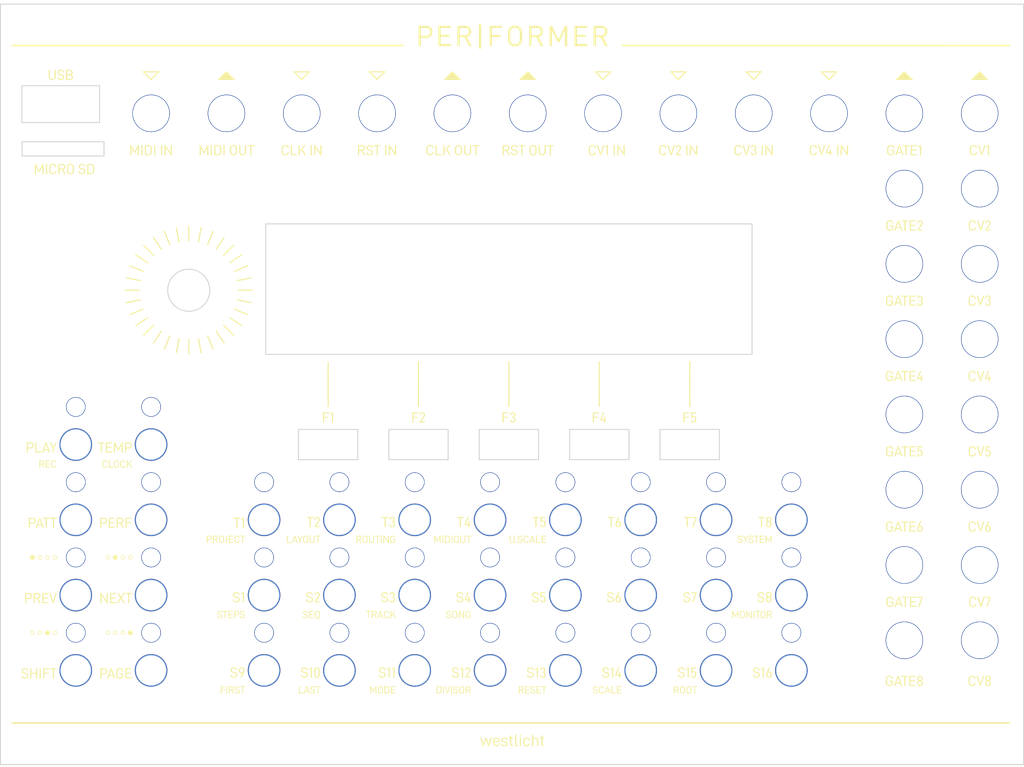
<source format=kicad_pcb>
(kicad_pcb (version 20171130) (host pcbnew "(5.1.6-0-10_14)")
  (layers (0 F.Cu signal) (31 B.Cu signal) (34 B.Paste user hide) (35 F.Paste user hide) (36 B.SilkS user) (37 F.SilkS user) (38 B.Mask user hide) (39 F.Mask user) (44 Edge.Cuts user))
  (net 0 "")
  (module w_frontpanel:PJ301BM_FP (layer F.Cu) (at 101.6 45.72)
    (fp_text reference J601 hide)
    (fp_text value PJ301CM)
    (pad "" np_thru_hole circle (at 0 0) (size 6.3 6.3) (drill 6.1) (layers *.Cu *.Mask))
  )
  (module w_frontpanel:PJ301BM_FP (layer F.Cu) (at 114.3 45.72)
    (fp_text reference J602 hide)
    (fp_text value PJ301CM)
    (pad "" np_thru_hole circle (at 0 0) (size 6.3 6.3) (drill 6.1) (layers *.Cu *.Mask))
  )
  (module w_frontpanel:WP115VEGW_FP (layer F.Cu) (at 209.55 133.35)
    (fp_text reference LED432 hide)
    (fp_text value WP115VEGW)
    (pad "" np_thru_hole circle (at 0 0) (size 3.3 3.3) (drill 3.1) (layers *.Cu *.Mask))
  )
  (module w_frontpanel:WP115VEGW_FP (layer F.Cu) (at 196.85 133.35)
    (fp_text reference LED431 hide)
    (fp_text value WP115VEGW)
    (pad "" np_thru_hole circle (at 0 0) (size 3.3 3.3) (drill 3.1) (layers *.Cu *.Mask))
  )
  (module w_frontpanel:WP115VEGW_FP (layer F.Cu) (at 184.15 133.35)
    (fp_text reference LED430 hide)
    (fp_text value WP115VEGW)
    (pad "" np_thru_hole circle (at 0 0) (size 3.3 3.3) (drill 3.1) (layers *.Cu *.Mask))
  )
  (module w_frontpanel:WP115VEGW_FP (layer F.Cu) (at 171.45 133.35)
    (fp_text reference LED429 hide)
    (fp_text value WP115VEGW)
    (pad "" np_thru_hole circle (at 0 0) (size 3.3 3.3) (drill 3.1) (layers *.Cu *.Mask))
  )
  (module w_frontpanel:WP115VEGW_FP (layer F.Cu) (at 158.75 133.35)
    (fp_text reference LED428 hide)
    (fp_text value WP115VEGW)
    (pad "" np_thru_hole circle (at 0 0) (size 3.3 3.3) (drill 3.1) (layers *.Cu *.Mask))
  )
  (module w_frontpanel:WP115VEGW_FP (layer F.Cu) (at 146.05 133.35)
    (fp_text reference LED427 hide)
    (fp_text value WP115VEGW)
    (pad "" np_thru_hole circle (at 0 0) (size 3.3 3.3) (drill 3.1) (layers *.Cu *.Mask))
  )
  (module w_frontpanel:WP115VEGW_FP (layer F.Cu) (at 133.35 133.35)
    (fp_text reference LED426 hide)
    (fp_text value WP115VEGW)
    (pad "" np_thru_hole circle (at 0 0) (size 3.3 3.3) (drill 3.1) (layers *.Cu *.Mask))
  )
  (module w_frontpanel:WP115VEGW_FP (layer F.Cu) (at 120.65 133.35)
    (fp_text reference LED425 hide)
    (fp_text value WP115VEGW)
    (pad "" np_thru_hole circle (at 0 0) (size 3.3 3.3) (drill 3.1) (layers *.Cu *.Mask))
  )
  (module w_frontpanel:WP115VEGW_FP (layer F.Cu) (at 209.55 120.65)
    (fp_text reference LED424 hide)
    (fp_text value WP115VEGW)
    (pad "" np_thru_hole circle (at 0 0) (size 3.3 3.3) (drill 3.1) (layers *.Cu *.Mask))
  )
  (module w_frontpanel:WP115VEGW_FP (layer F.Cu) (at 196.85 120.65)
    (fp_text reference LED423 hide)
    (fp_text value WP115VEGW)
    (pad "" np_thru_hole circle (at 0 0) (size 3.3 3.3) (drill 3.1) (layers *.Cu *.Mask))
  )
  (module w_frontpanel:WP115VEGW_FP (layer F.Cu) (at 184.15 120.65)
    (fp_text reference LED422 hide)
    (fp_text value WP115VEGW)
    (pad "" np_thru_hole circle (at 0 0) (size 3.3 3.3) (drill 3.1) (layers *.Cu *.Mask))
  )
  (module w_frontpanel:WP115VEGW_FP (layer F.Cu) (at 171.45 120.65)
    (fp_text reference LED421 hide)
    (fp_text value WP115VEGW)
    (pad "" np_thru_hole circle (at 0 0) (size 3.3 3.3) (drill 3.1) (layers *.Cu *.Mask))
  )
  (module w_frontpanel:WP115VEGW_FP (layer F.Cu) (at 158.75 120.65)
    (fp_text reference LED420 hide)
    (fp_text value WP115VEGW)
    (pad "" np_thru_hole circle (at 0 0) (size 3.3 3.3) (drill 3.1) (layers *.Cu *.Mask))
  )
  (module w_frontpanel:WP115VEGW_FP (layer F.Cu) (at 146.05 120.65)
    (fp_text reference LED419 hide)
    (fp_text value WP115VEGW)
    (pad "" np_thru_hole circle (at 0 0) (size 3.3 3.3) (drill 3.1) (layers *.Cu *.Mask))
  )
  (module w_frontpanel:WP115VEGW_FP (layer F.Cu) (at 133.35 120.65)
    (fp_text reference LED418 hide)
    (fp_text value WP115VEGW)
    (pad "" np_thru_hole circle (at 0 0) (size 3.3 3.3) (drill 3.1) (layers *.Cu *.Mask))
  )
  (module w_frontpanel:WP115VEGW_FP (layer F.Cu) (at 120.65 120.65)
    (fp_text reference LED417 hide)
    (fp_text value WP115VEGW)
    (pad "" np_thru_hole circle (at 0 0) (size 3.3 3.3) (drill 3.1) (layers *.Cu *.Mask))
  )
  (module w_frontpanel:WP115VEGW_FP (layer F.Cu) (at 209.55 107.95)
    (fp_text reference LED416 hide)
    (fp_text value WP115VEGW)
    (pad "" np_thru_hole circle (at 0 0) (size 3.3 3.3) (drill 3.1) (layers *.Cu *.Mask))
  )
  (module w_frontpanel:WP115VEGW_FP (layer F.Cu) (at 196.85 107.95)
    (fp_text reference LED415 hide)
    (fp_text value WP115VEGW)
    (pad "" np_thru_hole circle (at 0 0) (size 3.3 3.3) (drill 3.1) (layers *.Cu *.Mask))
  )
  (module w_frontpanel:WP115VEGW_FP (layer F.Cu) (at 184.15 107.95)
    (fp_text reference LED414 hide)
    (fp_text value WP115VEGW)
    (pad "" np_thru_hole circle (at 0 0) (size 3.3 3.3) (drill 3.1) (layers *.Cu *.Mask))
  )
  (module w_frontpanel:WP115VEGW_FP (layer F.Cu) (at 171.45 107.95)
    (fp_text reference LED413 hide)
    (fp_text value WP115VEGW)
    (pad "" np_thru_hole circle (at 0 0) (size 3.3 3.3) (drill 3.1) (layers *.Cu *.Mask))
  )
  (module w_frontpanel:WP115VEGW_FP (layer F.Cu) (at 158.75 107.95)
    (fp_text reference LED412 hide)
    (fp_text value WP115VEGW)
    (pad "" np_thru_hole circle (at 0 0) (size 3.3 3.3) (drill 3.1) (layers *.Cu *.Mask))
  )
  (module w_frontpanel:WP115VEGW_FP (layer F.Cu) (at 146.05 107.95)
    (fp_text reference LED411 hide)
    (fp_text value WP115VEGW)
    (pad "" np_thru_hole circle (at 0 0) (size 3.3 3.3) (drill 3.1) (layers *.Cu *.Mask))
  )
  (module w_frontpanel:WP115VEGW_FP (layer F.Cu) (at 133.35 107.95)
    (fp_text reference LED410 hide)
    (fp_text value WP115VEGW)
    (pad "" np_thru_hole circle (at 0 0) (size 3.3 3.3) (drill 3.1) (layers *.Cu *.Mask))
  )
  (module w_frontpanel:WP115VEGW_FP (layer F.Cu) (at 120.65 107.95)
    (fp_text reference LED409 hide)
    (fp_text value WP115VEGW)
    (pad "" np_thru_hole circle (at 0 0) (size 3.3 3.3) (drill 3.1) (layers *.Cu *.Mask))
  )
  (module w_frontpanel:WP115VEGW_FP (layer F.Cu) (at 101.6 133.35)
    (fp_text reference LED408 hide)
    (fp_text value WP115VEGW)
    (pad "" np_thru_hole circle (at 0 0) (size 3.3 3.3) (drill 3.1) (layers *.Cu *.Mask))
  )
  (module w_frontpanel:WP115VEGW_FP (layer F.Cu) (at 88.9 133.35)
    (fp_text reference LED407 hide)
    (fp_text value WP115VEGW)
    (pad "" np_thru_hole circle (at 0 0) (size 3.3 3.3) (drill 3.1) (layers *.Cu *.Mask))
  )
  (module w_frontpanel:WP115VEGW_FP (layer F.Cu) (at 101.6 120.65)
    (fp_text reference LED406 hide)
    (fp_text value WP115VEGW)
    (pad "" np_thru_hole circle (at 0 0) (size 3.3 3.3) (drill 3.1) (layers *.Cu *.Mask))
  )
  (module w_frontpanel:WP115VEGW_FP (layer F.Cu) (at 88.9 120.65)
    (fp_text reference LED405 hide)
    (fp_text value WP115VEGW)
    (pad "" np_thru_hole circle (at 0 0) (size 3.3 3.3) (drill 3.1) (layers *.Cu *.Mask))
  )
  (module w_frontpanel:WP115VEGW_FP (layer F.Cu) (at 101.6 107.95)
    (fp_text reference LED404 hide)
    (fp_text value WP115VEGW)
    (pad "" np_thru_hole circle (at 0 0) (size 3.3 3.3) (drill 3.1) (layers *.Cu *.Mask))
  )
  (module w_frontpanel:WP115VEGW_FP (layer F.Cu) (at 88.9 107.95)
    (fp_text reference LED403 hide)
    (fp_text value WP115VEGW)
    (pad "" np_thru_hole circle (at 0 0) (size 3.3 3.3) (drill 3.1) (layers *.Cu *.Mask))
  )
  (module w_frontpanel:WP115VEGW_FP (layer F.Cu) (at 101.6 95.25)
    (fp_text reference LED402 hide)
    (fp_text value WP115VEGW)
    (pad "" np_thru_hole circle (at 0 0) (size 3.3 3.3) (drill 3.1) (layers *.Cu *.Mask))
  )
  (module w_frontpanel:WP115VEGW_FP (layer F.Cu) (at 88.9 95.25)
    (fp_text reference LED401 hide)
    (fp_text value WP115VEGW)
    (pad "" np_thru_hole circle (at 0 0) (size 3.3 3.3) (drill 3.1) (layers *.Cu *.Mask))
  )
  (module w_frontpanel:TL1105_1D_FP (layer F.Cu) (at 131.445 101.6 180)
    (fp_text reference SW301 hide)
    (fp_text value TL1105T)
    (fp_line (start -5 2.55) (end -5 -2.55) (layer Edge.Cuts) (width 0.15))
    (fp_line (start -5 -2.55) (end 5 -2.55) (layer Edge.Cuts) (width 0.15))
    (fp_line (start 5 -2.55) (end 5 2.55) (layer Edge.Cuts) (width 0.15))
    (fp_line (start 5 2.55) (end -5 2.55) (layer Edge.Cuts) (width 0.15))
  )
  (module w_frontpanel:TL1105_1R_FP (layer F.Cu) (at 88.9 101.6 90)
    (fp_text reference PLAY hide)
    (fp_text value TL1105T)
    (pad "" np_thru_hole circle (at 0 0 90) (size 5.5 5.5) (drill 5.1) (layers *.Cu *.Mask))
  )
  (module w_frontpanel:TL1105_1R_FP (layer F.Cu) (at 101.6 101.6 90)
    (fp_text reference BPM hide)
    (fp_text value TL1105T)
    (pad "" np_thru_hole circle (at 0 0 90) (size 5.5 5.5) (drill 5.1) (layers *.Cu *.Mask))
  )
  (module w_frontpanel:TL1105_1R_FP (layer F.Cu) (at 88.9 114.3 90)
    (fp_text reference PERF hide)
    (fp_text value TL1105T)
    (pad "" np_thru_hole circle (at 0 0 90) (size 5.5 5.5) (drill 5.1) (layers *.Cu *.Mask))
  )
  (module w_frontpanel:TL1105_1R_FP (layer F.Cu) (at 101.6 114.3 90)
    (fp_text reference PATT hide)
    (fp_text value TL1105T)
    (pad "" np_thru_hole circle (at 0 0 90) (size 5.5 5.5) (drill 5.1) (layers *.Cu *.Mask))
  )
  (module w_frontpanel:TL1105_1R_FP (layer F.Cu) (at 88.9 127 90)
    (fp_text reference << hide)
    (fp_text value TL1105T)
    (pad "" np_thru_hole circle (at 0 0 90) (size 5.5 5.5) (drill 5.1) (layers *.Cu *.Mask))
  )
  (module w_frontpanel:TL1105_1R_FP (layer F.Cu) (at 101.6 127 90)
    (fp_text reference >> hide)
    (fp_text value TL1105T)
    (pad "" np_thru_hole circle (at 0 0 90) (size 5.5 5.5) (drill 5.1) (layers *.Cu *.Mask))
  )
  (module w_frontpanel:TL1105_1R_FP (layer F.Cu) (at 88.9 139.7 90)
    (fp_text reference SHIFT hide)
    (fp_text value TL1105T)
    (pad "" np_thru_hole circle (at 0 0 90) (size 5.5 5.5) (drill 5.1) (layers *.Cu *.Mask))
  )
  (module w_frontpanel:TL1105_1R_FP (layer F.Cu) (at 101.6 139.7 90)
    (fp_text reference PAGE hide)
    (fp_text value TL1105T)
    (pad "" np_thru_hole circle (at 0 0 90) (size 5.5 5.5) (drill 5.1) (layers *.Cu *.Mask))
  )
  (module w_frontpanel:TL1105_1R_FP (layer F.Cu) (at 120.65 114.3 90)
    (fp_text reference SW317 hide)
    (fp_text value TL1105T)
    (pad "" np_thru_hole circle (at 0 0 90) (size 5.5 5.5) (drill 5.1) (layers *.Cu *.Mask))
  )
  (module w_frontpanel:TL1105_1R_FP (layer F.Cu) (at 133.35 114.3 90)
    (fp_text reference SW318 hide)
    (fp_text value TL1105T)
    (pad "" np_thru_hole circle (at 0 0 90) (size 5.5 5.5) (drill 5.1) (layers *.Cu *.Mask))
  )
  (module w_frontpanel:TL1105_1R_FP (layer F.Cu) (at 146.05 114.3 90)
    (fp_text reference SW319 hide)
    (fp_text value TL1105T)
    (pad "" np_thru_hole circle (at 0 0 90) (size 5.5 5.5) (drill 5.1) (layers *.Cu *.Mask))
  )
  (module w_frontpanel:TL1105_1R_FP (layer F.Cu) (at 158.75 114.3 90)
    (fp_text reference SW320 hide)
    (fp_text value TL1105T)
    (pad "" np_thru_hole circle (at 0 0 90) (size 5.5 5.5) (drill 5.1) (layers *.Cu *.Mask))
  )
  (module w_frontpanel:TL1105_1R_FP (layer F.Cu) (at 171.45 114.3 90)
    (fp_text reference SW321 hide)
    (fp_text value TL1105T)
    (pad "" np_thru_hole circle (at 0 0 90) (size 5.5 5.5) (drill 5.1) (layers *.Cu *.Mask))
  )
  (module w_frontpanel:TL1105_1R_FP (layer F.Cu) (at 184.15 114.3 90)
    (fp_text reference SW322 hide)
    (fp_text value TL1105T)
    (pad "" np_thru_hole circle (at 0 0 90) (size 5.5 5.5) (drill 5.1) (layers *.Cu *.Mask))
  )
  (module w_frontpanel:TL1105_1R_FP (layer F.Cu) (at 196.85 114.3 90)
    (fp_text reference SW323 hide)
    (fp_text value TL1105T)
    (pad "" np_thru_hole circle (at 0 0 90) (size 5.5 5.5) (drill 5.1) (layers *.Cu *.Mask))
  )
  (module w_frontpanel:TL1105_1R_FP (layer F.Cu) (at 209.55 114.3 90)
    (fp_text reference SW324 hide)
    (fp_text value TL1105T)
    (pad "" np_thru_hole circle (at 0 0 90) (size 5.5 5.5) (drill 5.1) (layers *.Cu *.Mask))
  )
  (module w_frontpanel:TL1105_1R_FP (layer F.Cu) (at 120.65 127 90)
    (fp_text reference SW325 hide)
    (fp_text value TL1105T)
    (pad "" np_thru_hole circle (at 0 0 90) (size 5.5 5.5) (drill 5.1) (layers *.Cu *.Mask))
  )
  (module w_frontpanel:TL1105_1R_FP (layer F.Cu) (at 133.35 127 90)
    (fp_text reference SW326 hide)
    (fp_text value TL1105T)
    (pad "" np_thru_hole circle (at 0 0 90) (size 5.5 5.5) (drill 5.1) (layers *.Cu *.Mask))
  )
  (module w_frontpanel:TL1105_1R_FP (layer F.Cu) (at 146.05 127 90)
    (fp_text reference SW327 hide)
    (fp_text value TL1105T)
    (pad "" np_thru_hole circle (at 0 0 90) (size 5.5 5.5) (drill 5.1) (layers *.Cu *.Mask))
  )
  (module w_frontpanel:TL1105_1R_FP (layer F.Cu) (at 158.75 127 90)
    (fp_text reference SW328 hide)
    (fp_text value TL1105T)
    (pad "" np_thru_hole circle (at 0 0 90) (size 5.5 5.5) (drill 5.1) (layers *.Cu *.Mask))
  )
  (module w_frontpanel:TL1105_1R_FP (layer F.Cu) (at 171.45 127 90)
    (fp_text reference SW329 hide)
    (fp_text value TL1105T)
    (pad "" np_thru_hole circle (at 0 0 90) (size 5.5 5.5) (drill 5.1) (layers *.Cu *.Mask))
  )
  (module w_frontpanel:TL1105_1R_FP (layer F.Cu) (at 184.15 127 90)
    (fp_text reference SW330 hide)
    (fp_text value TL1105T)
    (pad "" np_thru_hole circle (at 0 0 90) (size 5.5 5.5) (drill 5.1) (layers *.Cu *.Mask))
  )
  (module w_frontpanel:TL1105_1R_FP (layer F.Cu) (at 196.85 127 90)
    (fp_text reference SW331 hide)
    (fp_text value TL1105T)
    (pad "" np_thru_hole circle (at 0 0 90) (size 5.5 5.5) (drill 5.1) (layers *.Cu *.Mask))
  )
  (module w_frontpanel:TL1105_1R_FP (layer F.Cu) (at 209.55 127 90)
    (fp_text reference SW332 hide)
    (fp_text value TL1105T)
    (pad "" np_thru_hole circle (at 0 0 90) (size 5.5 5.5) (drill 5.1) (layers *.Cu *.Mask))
  )
  (module w_frontpanel:TL1105_1R_FP (layer F.Cu) (at 120.65 139.7 90)
    (fp_text reference SW333 hide)
    (fp_text value TL1105T)
    (pad "" np_thru_hole circle (at 0 0 90) (size 5.5 5.5) (drill 5.1) (layers *.Cu *.Mask))
  )
  (module w_frontpanel:TL1105_1R_FP (layer F.Cu) (at 133.35 139.7 90)
    (fp_text reference SW334 hide)
    (fp_text value TL1105T)
    (pad "" np_thru_hole circle (at 0 0 90) (size 5.5 5.5) (drill 5.1) (layers *.Cu *.Mask))
  )
  (module w_frontpanel:TL1105_1R_FP (layer F.Cu) (at 146.05 139.7 90)
    (fp_text reference SW335 hide)
    (fp_text value TL1105T)
    (pad "" np_thru_hole circle (at 0 0 90) (size 5.5 5.5) (drill 5.1) (layers *.Cu *.Mask))
  )
  (module w_frontpanel:TL1105_1R_FP (layer F.Cu) (at 158.75 139.7 90)
    (fp_text reference SW336 hide)
    (fp_text value TL1105T)
    (pad "" np_thru_hole circle (at 0 0 90) (size 5.5 5.5) (drill 5.1) (layers *.Cu *.Mask))
  )
  (module w_frontpanel:TL1105_1R_FP (layer F.Cu) (at 171.45 139.7 90)
    (fp_text reference SW337 hide)
    (fp_text value TL1105T)
    (pad "" np_thru_hole circle (at 0 0 90) (size 5.5 5.5) (drill 5.1) (layers *.Cu *.Mask))
  )
  (module w_frontpanel:TL1105_1R_FP (layer F.Cu) (at 184.15 139.7 90)
    (fp_text reference SW338 hide)
    (fp_text value TL1105T)
    (pad "" np_thru_hole circle (at 0 0 90) (size 5.5 5.5) (drill 5.1) (layers *.Cu *.Mask))
  )
  (module w_frontpanel:TL1105_1R_FP (layer F.Cu) (at 196.85 139.7 90)
    (fp_text reference SW339 hide)
    (fp_text value TL1105T)
    (pad "" np_thru_hole circle (at 0 0 90) (size 5.5 5.5) (drill 5.1) (layers *.Cu *.Mask))
  )
  (module w_frontpanel:TL1105_1R_FP (layer F.Cu) (at 209.55 139.7 90)
    (fp_text reference SW340 hide)
    (fp_text value TL1105T)
    (pad "" np_thru_hole circle (at 0 0 90) (size 5.5 5.5) (drill 5.1) (layers *.Cu *.Mask))
  )
  (module w_frontpanel:TL1105_1D_FP (layer F.Cu) (at 146.685 101.6 180)
    (fp_text reference SW302 hide)
    (fp_text value TL1105T)
    (fp_line (start -5 2.55) (end -5 -2.55) (layer Edge.Cuts) (width 0.15))
    (fp_line (start -5 -2.55) (end 5 -2.55) (layer Edge.Cuts) (width 0.15))
    (fp_line (start 5 -2.55) (end 5 2.55) (layer Edge.Cuts) (width 0.15))
    (fp_line (start 5 2.55) (end -5 2.55) (layer Edge.Cuts) (width 0.15))
  )
  (module w_frontpanel:TL1105_1D_FP (layer F.Cu) (at 161.925 101.6 180)
    (fp_text reference SW303 hide)
    (fp_text value TL1105T)
    (fp_line (start -5 2.55) (end -5 -2.55) (layer Edge.Cuts) (width 0.15))
    (fp_line (start -5 -2.55) (end 5 -2.55) (layer Edge.Cuts) (width 0.15))
    (fp_line (start 5 -2.55) (end 5 2.55) (layer Edge.Cuts) (width 0.15))
    (fp_line (start 5 2.55) (end -5 2.55) (layer Edge.Cuts) (width 0.15))
  )
  (module w_frontpanel:TL1105_1D_FP (layer F.Cu) (at 177.165 101.6 180)
    (fp_text reference SW304 hide)
    (fp_text value TL1105T)
    (fp_line (start -5 2.55) (end -5 -2.55) (layer Edge.Cuts) (width 0.15))
    (fp_line (start -5 -2.55) (end 5 -2.55) (layer Edge.Cuts) (width 0.15))
    (fp_line (start 5 -2.55) (end 5 2.55) (layer Edge.Cuts) (width 0.15))
    (fp_line (start 5 2.55) (end -5 2.55) (layer Edge.Cuts) (width 0.15))
  )
  (module w_frontpanel:TL1105_1D_FP (layer F.Cu) (at 192.405 101.6 180)
    (fp_text reference SW305 hide)
    (fp_text value TL1105T)
    (fp_line (start -5 2.55) (end -5 -2.55) (layer Edge.Cuts) (width 0.15))
    (fp_line (start -5 -2.55) (end 5 -2.55) (layer Edge.Cuts) (width 0.15))
    (fp_line (start 5 -2.55) (end 5 2.55) (layer Edge.Cuts) (width 0.15))
    (fp_line (start 5 2.55) (end -5 2.55) (layer Edge.Cuts) (width 0.15))
  )
  (module w_frontpanel:PJ301BM_FP (layer F.Cu) (at 127 45.72 180)
    (fp_text reference J603 hide)
    (fp_text value PJ301BM)
    (pad "" np_thru_hole circle (at 0 0 180) (size 6.3 6.3) (drill 6.1) (layers *.Cu *.Mask))
  )
  (module w_frontpanel:PJ301BM_FP (layer F.Cu) (at 152.4 45.72 180)
    (fp_text reference J605 hide)
    (fp_text value PJ301BM)
    (pad "" np_thru_hole circle (at 0 0 180) (size 6.3 6.3) (drill 6.1) (layers *.Cu *.Mask))
  )
  (module w_frontpanel:PJ301BM_FP (layer F.Cu) (at 241.3 45.72 180)
    (fp_text reference J611 hide)
    (fp_text value PJ301BM)
    (pad "" np_thru_hole circle (at 0 0 180) (size 6.3 6.3) (drill 6.1) (layers *.Cu *.Mask))
  )
  (module w_frontpanel:PJ301BM_FP (layer F.Cu) (at 241.3 58.42 180)
    (fp_text reference J612 hide)
    (fp_text value PJ301BM)
    (pad "" np_thru_hole circle (at 0 0 180) (size 6.3 6.3) (drill 6.1) (layers *.Cu *.Mask))
  )
  (module w_frontpanel:PJ301BM_FP (layer F.Cu) (at 241.3 71.12 180)
    (fp_text reference J613 hide)
    (fp_text value PJ301BM)
    (pad "" np_thru_hole circle (at 0 0 180) (size 6.3 6.3) (drill 6.1) (layers *.Cu *.Mask))
  )
  (module w_frontpanel:PJ301BM_FP (layer F.Cu) (at 241.3 83.82 180)
    (fp_text reference J614 hide)
    (fp_text value PJ301BM)
    (pad "" np_thru_hole circle (at 0 0 180) (size 6.3 6.3) (drill 6.1) (layers *.Cu *.Mask))
  )
  (module w_frontpanel:PJ301BM_FP (layer F.Cu) (at 241.3 96.52 180)
    (fp_text reference J615 hide)
    (fp_text value PJ301BM)
    (pad "" np_thru_hole circle (at 0 0 180) (size 6.3 6.3) (drill 6.1) (layers *.Cu *.Mask))
  )
  (module w_frontpanel:PJ301BM_FP (layer F.Cu) (at 241.3 109.22 180)
    (fp_text reference J616 hide)
    (fp_text value PJ301BM)
    (pad "" np_thru_hole circle (at 0 0 180) (size 6.3 6.3) (drill 6.1) (layers *.Cu *.Mask))
  )
  (module w_frontpanel:PJ301BM_FP (layer F.Cu) (at 241.3 121.92 180)
    (fp_text reference J617 hide)
    (fp_text value PJ301BM)
    (pad "" np_thru_hole circle (at 0 0 180) (size 6.3 6.3) (drill 6.1) (layers *.Cu *.Mask))
  )
  (module w_frontpanel:PJ301BM_FP (layer F.Cu) (at 241.3 134.62 180)
    (fp_text reference J618 hide)
    (fp_text value PJ301BM)
    (pad "" np_thru_hole circle (at 0 0 180) (size 6.3 6.3) (drill 6.1) (layers *.Cu *.Mask))
  )
  (module w_frontpanel:PJ301BM_FP (layer F.Cu) (at 177.8 45.72 180)
    (fp_text reference J607 hide)
    (fp_text value PJ301BM)
    (pad "" np_thru_hole circle (at 0 0 180) (size 6.3 6.3) (drill 6.1) (layers *.Cu *.Mask))
  )
  (module w_frontpanel:PJ301BM_FP (layer F.Cu) (at 190.5 45.72 180)
    (fp_text reference J608 hide)
    (fp_text value PJ301BM)
    (pad "" np_thru_hole circle (at 0 0 180) (size 6.3 6.3) (drill 6.1) (layers *.Cu *.Mask))
  )
  (module w_frontpanel:PJ301BM_FP (layer F.Cu) (at 203.2 45.72 180)
    (fp_text reference J609 hide)
    (fp_text value PJ301BM)
    (pad "" np_thru_hole circle (at 0 0 180) (size 6.3 6.3) (drill 6.1) (layers *.Cu *.Mask))
  )
  (module w_frontpanel:PJ301BM_FP (layer F.Cu) (at 215.9 45.72 180)
    (fp_text reference J610 hide)
    (fp_text value PJ301BM)
    (pad "" np_thru_hole circle (at 0 0 180) (size 6.3 6.3) (drill 6.1) (layers *.Cu *.Mask))
  )
  (module w_frontpanel:PJ301BM_FP (layer F.Cu) (at 228.6 45.72 180)
    (fp_text reference J619 hide)
    (fp_text value PJ301BM)
    (pad "" np_thru_hole circle (at 0 0 180) (size 6.3 6.3) (drill 6.1) (layers *.Cu *.Mask))
  )
  (module w_frontpanel:PJ301BM_FP (layer F.Cu) (at 228.6 58.42 180)
    (fp_text reference J620 hide)
    (fp_text value PJ301BM)
    (pad "" np_thru_hole circle (at 0 0 180) (size 6.3 6.3) (drill 6.1) (layers *.Cu *.Mask))
  )
  (module w_frontpanel:PJ301BM_FP (layer F.Cu) (at 228.6 71.12 180)
    (fp_text reference J621 hide)
    (fp_text value PJ301BM)
    (pad "" np_thru_hole circle (at 0 0 180) (size 6.3 6.3) (drill 6.1) (layers *.Cu *.Mask))
  )
  (module w_frontpanel:PJ301BM_FP (layer F.Cu) (at 228.6 83.82 180)
    (fp_text reference J622 hide)
    (fp_text value PJ301BM)
    (pad "" np_thru_hole circle (at 0 0 180) (size 6.3 6.3) (drill 6.1) (layers *.Cu *.Mask))
  )
  (module w_frontpanel:PJ301BM_FP (layer F.Cu) (at 228.6 96.52 180)
    (fp_text reference J623 hide)
    (fp_text value PJ301BM)
    (pad "" np_thru_hole circle (at 0 0 180) (size 6.3 6.3) (drill 6.1) (layers *.Cu *.Mask))
  )
  (module w_frontpanel:PJ301BM_FP (layer F.Cu) (at 228.6 109.22 180)
    (fp_text reference J624 hide)
    (fp_text value PJ301BM)
    (pad "" np_thru_hole circle (at 0 0 180) (size 6.3 6.3) (drill 6.1) (layers *.Cu *.Mask))
  )
  (module w_frontpanel:PJ301BM_FP (layer F.Cu) (at 228.6 121.92 180)
    (fp_text reference J625 hide)
    (fp_text value PJ301BM)
    (pad "" np_thru_hole circle (at 0 0 180) (size 6.3 6.3) (drill 6.1) (layers *.Cu *.Mask))
  )
  (module w_frontpanel:PJ301BM_FP (layer F.Cu) (at 228.6 134.62 180)
    (fp_text reference J626 hide)
    (fp_text value PJ301BM)
    (pad "" np_thru_hole circle (at 0 0 180) (size 6.3 6.3) (drill 6.1) (layers *.Cu *.Mask))
  )
  (module w_frontpanel:PJ301BM_FP (layer F.Cu) (at 139.7 45.72 180)
    (fp_text reference J604 hide)
    (fp_text value PJ301BM)
    (pad "" np_thru_hole circle (at 0 0 180) (size 6.3 6.3) (drill 6.1) (layers *.Cu *.Mask))
  )
  (module w_frontpanel:PJ301BM_FP (layer F.Cu) (at 165.1 45.72 180)
    (fp_text reference J606 hide)
    (fp_text value PJ301BM)
    (pad "" np_thru_hole circle (at 0 0 180) (size 6.3 6.3) (drill 6.1) (layers *.Cu *.Mask))
  )
  (module w_frontpanel:ALPS_STEC12E08_FP (layer F.Cu) (at 107.95 75.565)
    (fp_text reference ENC101 hide)
    (fp_text value ALPS-STEC12E08 hide)
    (fp_circle (center 0 0) (end 3.55 0) (layer Edge.Cuts) (width 0.15))
  )
  (module w_frontpanel:NHD-3.12-25664UC_FP (layer F.Cu) (at 117.325 53.38)
    (fp_text reference JP102 hide)
    (fp_text value NHD-3.12-25664UC)
    (fp_line (start 3.6 11) (end 3.6 33) (layer Edge.Cuts) (width 0.15))
    (fp_line (start 3.6 33) (end 85.6 33) (layer Edge.Cuts) (width 0.15))
    (fp_line (start 85.6 11) (end 85.6 33) (layer Edge.Cuts) (width 0.15))
    (fp_line (start 3.6 11) (end 85.6 11) (layer Edge.Cuts) (width 0.15))
  )
  (module w_frontpanel:PJS008U-3000-0_FP_LARGER (layer F.Cu) (at 86.36 53.34 180)
    (fp_text reference JP103 hide)
    (fp_text value PJS008U-3000)
    (fp_line (start -7.3 0.42) (end -7.3 2.82) (layer Edge.Cuts) (width 0.15))
    (fp_line (start -7.3 2.82) (end 6.5 2.82) (layer Edge.Cuts) (width 0.15))
    (fp_line (start -7.3 0.42) (end 6.5 0.42) (layer Edge.Cuts) (width 0.15))
    (fp_line (start 6.5 0.42) (end 6.5 2.82) (layer Edge.Cuts) (width 0.15))
  )
  (module w_frontpanel:MOLEX_USB_105057_FP (layer F.Cu) (at 86.36 45.72)
    (fp_text reference JP101 hide)
    (fp_text value USB_A)
    (fp_line (start 6.55 -4.66) (end 6.55 1.56) (layer Edge.Cuts) (width 0.15))
    (fp_line (start -6.55 -4.66) (end -6.55 1.56) (layer Edge.Cuts) (width 0.15))
    (fp_line (start -6.55 1.56) (end 6.55 1.56) (layer Edge.Cuts) (width 0.15))
    (fp_line (start -6.55 -4.66) (end 6.55 -4.66) (layer Edge.Cuts) (width 0.15))
  )
  (module Mounting_Holes:MountingHole_2.2mm_M2_Pad (layer F.Cu) (at 111.125 139.7)
    (fp_text reference REF** hide)
    (fp_text value MountingHole_2.2mm_M2_Pad)
    (pad "" np_thru_hole circle (at 0 0) (size 2.7 2.7) (drill 2.7) (layers *.Cu *.Mask))
  )
  (module Mounting_Holes:MountingHole_3.2mm_M3 (layer F.Cu) (at 241.18 152.575)
    (fp_text reference REF** hide)
    (fp_text value MountingHole_3.2mm_M3)
    (pad "" np_thru_hole oval (at 0 0) (size 5.2 3.2) (drill oval 5.2 3.2) (layers *.Cu *.Mask))
  )
  (module Mounting_Holes:MountingHole_3.2mm_M3 (layer F.Cu) (at 241.18 30.075)
    (fp_text reference REF** hide)
    (fp_text value MountingHole_3.2mm_M3)
    (pad "" np_thru_hole oval (at 0 0) (size 5.2 3.2) (drill oval 5.2 3.2) (layers *.Cu *.Mask))
  )
  (module Mounting_Holes:MountingHole_3.2mm_M3 (layer F.Cu) (at 83.7 30.075)
    (fp_text reference REF** hide)
    (fp_text value MountingHole_3.2mm_M3)
    (pad "" np_thru_hole oval (at 0 0) (size 5.2 3.2) (drill oval 5.2 3.2) (layers *.Cu *.Mask))
  )
  (module Mounting_Holes:MountingHole_3.2mm_M3 (layer F.Cu) (at 83.7 152.575)
    (fp_text reference REF** hide)
    (fp_text value MountingHole_3.2mm_M3)
    (pad "" np_thru_hole oval (at 0 0) (size 5.2 3.2) (drill oval 5.2 3.2) (layers *.Cu *.Mask))
  )
  (module frontpanel:frontpanel (layer F.Cu) (at 162.45 91.44)
    (fp_text reference G*** hide)
    (fp_text value LOGO hide)
  )
  (gr_line (start 248.7 27.305) (end 76.2 27.305) (layer Edge.Cuts) (width 0.15))
  (gr_line (start 248.7 155.575) (end 248.7 27.305) (layer Edge.Cuts) (width 0.15))
  (gr_line (start 76.2 155.575) (end 248.7 155.575) (layer Edge.Cuts) (width 0.15))
  (gr_line (start 76.2 27.305) (end 76.2 155.575) (layer Edge.Cuts) (width 0.15))
)
</source>
